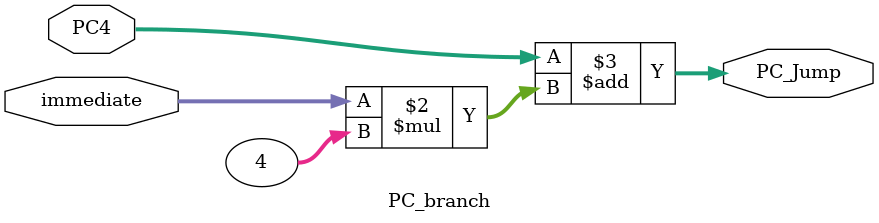
<source format=v>
`timescale 1ns / 1ps


module PC_branch(
    input [31:0]PC4,
    input [31:0]immediate,
    output reg[31:0] PC_Jump
);
always@(*)begin
    PC_Jump=PC4+immediate*4;
end
endmodule

</source>
